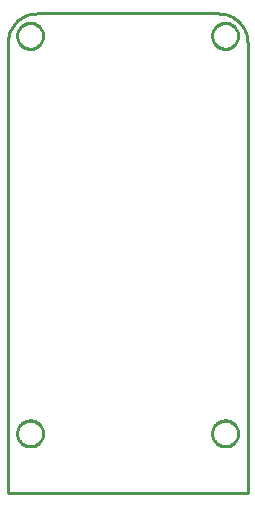
<source format=gbr>
G04 EAGLE Gerber RS-274X export*
G75*
%MOMM*%
%FSLAX34Y34*%
%LPD*%
%IN*%
%IPPOS*%
%AMOC8*
5,1,8,0,0,1.08239X$1,22.5*%
G01*
%ADD10C,0.254000*%


D10*
X0Y0D02*
X203200Y0D01*
X203200Y381000D01*
X203103Y383214D01*
X202814Y385411D01*
X202335Y387574D01*
X201668Y389687D01*
X200820Y391735D01*
X199797Y393700D01*
X198606Y395569D01*
X197258Y397327D01*
X195761Y398961D01*
X194127Y400458D01*
X192369Y401806D01*
X190500Y402997D01*
X188535Y404020D01*
X186487Y404868D01*
X184374Y405535D01*
X182211Y406014D01*
X180014Y406303D01*
X177800Y406400D01*
X25400Y406400D01*
X23186Y406303D01*
X20989Y406014D01*
X18826Y405535D01*
X16713Y404868D01*
X14666Y404020D01*
X12700Y402997D01*
X10831Y401806D01*
X9073Y400458D01*
X7440Y398961D01*
X5942Y397327D01*
X4594Y395569D01*
X3403Y393700D01*
X2380Y391735D01*
X1532Y389687D01*
X865Y387574D01*
X386Y385411D01*
X97Y383214D01*
X0Y381000D01*
X0Y0D01*
X195150Y50368D02*
X195082Y49506D01*
X194947Y48652D01*
X194745Y47812D01*
X194478Y46990D01*
X194147Y46191D01*
X193755Y45421D01*
X193303Y44684D01*
X192795Y43985D01*
X192234Y43327D01*
X191623Y42716D01*
X190965Y42155D01*
X190266Y41647D01*
X189529Y41195D01*
X188759Y40803D01*
X187960Y40472D01*
X187138Y40205D01*
X186298Y40003D01*
X185444Y39868D01*
X184582Y39800D01*
X183718Y39800D01*
X182856Y39868D01*
X182002Y40003D01*
X181162Y40205D01*
X180340Y40472D01*
X179541Y40803D01*
X178771Y41195D01*
X178034Y41647D01*
X177335Y42155D01*
X176677Y42716D01*
X176066Y43327D01*
X175505Y43985D01*
X174997Y44684D01*
X174545Y45421D01*
X174153Y46191D01*
X173822Y46990D01*
X173555Y47812D01*
X173353Y48652D01*
X173218Y49506D01*
X173150Y50368D01*
X173150Y51232D01*
X173218Y52094D01*
X173353Y52948D01*
X173555Y53788D01*
X173822Y54610D01*
X174153Y55409D01*
X174545Y56179D01*
X174997Y56916D01*
X175505Y57615D01*
X176066Y58273D01*
X176677Y58884D01*
X177335Y59445D01*
X178034Y59953D01*
X178771Y60405D01*
X179541Y60797D01*
X180340Y61128D01*
X181162Y61395D01*
X182002Y61597D01*
X182856Y61732D01*
X183718Y61800D01*
X184582Y61800D01*
X185444Y61732D01*
X186298Y61597D01*
X187138Y61395D01*
X187960Y61128D01*
X188759Y60797D01*
X189529Y60405D01*
X190266Y59953D01*
X190965Y59445D01*
X191623Y58884D01*
X192234Y58273D01*
X192795Y57615D01*
X193303Y56916D01*
X193755Y56179D01*
X194147Y55409D01*
X194478Y54610D01*
X194745Y53788D01*
X194947Y52948D01*
X195082Y52094D01*
X195150Y51232D01*
X195150Y50368D01*
X30050Y50368D02*
X29982Y49506D01*
X29847Y48652D01*
X29645Y47812D01*
X29378Y46990D01*
X29047Y46191D01*
X28655Y45421D01*
X28203Y44684D01*
X27695Y43985D01*
X27134Y43327D01*
X26523Y42716D01*
X25865Y42155D01*
X25166Y41647D01*
X24429Y41195D01*
X23659Y40803D01*
X22860Y40472D01*
X22038Y40205D01*
X21198Y40003D01*
X20344Y39868D01*
X19482Y39800D01*
X18618Y39800D01*
X17756Y39868D01*
X16902Y40003D01*
X16062Y40205D01*
X15240Y40472D01*
X14441Y40803D01*
X13671Y41195D01*
X12934Y41647D01*
X12235Y42155D01*
X11577Y42716D01*
X10966Y43327D01*
X10405Y43985D01*
X9897Y44684D01*
X9445Y45421D01*
X9053Y46191D01*
X8722Y46990D01*
X8455Y47812D01*
X8253Y48652D01*
X8118Y49506D01*
X8050Y50368D01*
X8050Y51232D01*
X8118Y52094D01*
X8253Y52948D01*
X8455Y53788D01*
X8722Y54610D01*
X9053Y55409D01*
X9445Y56179D01*
X9897Y56916D01*
X10405Y57615D01*
X10966Y58273D01*
X11577Y58884D01*
X12235Y59445D01*
X12934Y59953D01*
X13671Y60405D01*
X14441Y60797D01*
X15240Y61128D01*
X16062Y61395D01*
X16902Y61597D01*
X17756Y61732D01*
X18618Y61800D01*
X19482Y61800D01*
X20344Y61732D01*
X21198Y61597D01*
X22038Y61395D01*
X22860Y61128D01*
X23659Y60797D01*
X24429Y60405D01*
X25166Y59953D01*
X25865Y59445D01*
X26523Y58884D01*
X27134Y58273D01*
X27695Y57615D01*
X28203Y56916D01*
X28655Y56179D01*
X29047Y55409D01*
X29378Y54610D01*
X29645Y53788D01*
X29847Y52948D01*
X29982Y52094D01*
X30050Y51232D01*
X30050Y50368D01*
X30050Y386918D02*
X29982Y386056D01*
X29847Y385202D01*
X29645Y384362D01*
X29378Y383540D01*
X29047Y382741D01*
X28655Y381971D01*
X28203Y381234D01*
X27695Y380535D01*
X27134Y379877D01*
X26523Y379266D01*
X25865Y378705D01*
X25166Y378197D01*
X24429Y377745D01*
X23659Y377353D01*
X22860Y377022D01*
X22038Y376755D01*
X21198Y376553D01*
X20344Y376418D01*
X19482Y376350D01*
X18618Y376350D01*
X17756Y376418D01*
X16902Y376553D01*
X16062Y376755D01*
X15240Y377022D01*
X14441Y377353D01*
X13671Y377745D01*
X12934Y378197D01*
X12235Y378705D01*
X11577Y379266D01*
X10966Y379877D01*
X10405Y380535D01*
X9897Y381234D01*
X9445Y381971D01*
X9053Y382741D01*
X8722Y383540D01*
X8455Y384362D01*
X8253Y385202D01*
X8118Y386056D01*
X8050Y386918D01*
X8050Y387782D01*
X8118Y388644D01*
X8253Y389498D01*
X8455Y390338D01*
X8722Y391160D01*
X9053Y391959D01*
X9445Y392729D01*
X9897Y393466D01*
X10405Y394165D01*
X10966Y394823D01*
X11577Y395434D01*
X12235Y395995D01*
X12934Y396503D01*
X13671Y396955D01*
X14441Y397347D01*
X15240Y397678D01*
X16062Y397945D01*
X16902Y398147D01*
X17756Y398282D01*
X18618Y398350D01*
X19482Y398350D01*
X20344Y398282D01*
X21198Y398147D01*
X22038Y397945D01*
X22860Y397678D01*
X23659Y397347D01*
X24429Y396955D01*
X25166Y396503D01*
X25865Y395995D01*
X26523Y395434D01*
X27134Y394823D01*
X27695Y394165D01*
X28203Y393466D01*
X28655Y392729D01*
X29047Y391959D01*
X29378Y391160D01*
X29645Y390338D01*
X29847Y389498D01*
X29982Y388644D01*
X30050Y387782D01*
X30050Y386918D01*
X195150Y386918D02*
X195082Y386056D01*
X194947Y385202D01*
X194745Y384362D01*
X194478Y383540D01*
X194147Y382741D01*
X193755Y381971D01*
X193303Y381234D01*
X192795Y380535D01*
X192234Y379877D01*
X191623Y379266D01*
X190965Y378705D01*
X190266Y378197D01*
X189529Y377745D01*
X188759Y377353D01*
X187960Y377022D01*
X187138Y376755D01*
X186298Y376553D01*
X185444Y376418D01*
X184582Y376350D01*
X183718Y376350D01*
X182856Y376418D01*
X182002Y376553D01*
X181162Y376755D01*
X180340Y377022D01*
X179541Y377353D01*
X178771Y377745D01*
X178034Y378197D01*
X177335Y378705D01*
X176677Y379266D01*
X176066Y379877D01*
X175505Y380535D01*
X174997Y381234D01*
X174545Y381971D01*
X174153Y382741D01*
X173822Y383540D01*
X173555Y384362D01*
X173353Y385202D01*
X173218Y386056D01*
X173150Y386918D01*
X173150Y387782D01*
X173218Y388644D01*
X173353Y389498D01*
X173555Y390338D01*
X173822Y391160D01*
X174153Y391959D01*
X174545Y392729D01*
X174997Y393466D01*
X175505Y394165D01*
X176066Y394823D01*
X176677Y395434D01*
X177335Y395995D01*
X178034Y396503D01*
X178771Y396955D01*
X179541Y397347D01*
X180340Y397678D01*
X181162Y397945D01*
X182002Y398147D01*
X182856Y398282D01*
X183718Y398350D01*
X184582Y398350D01*
X185444Y398282D01*
X186298Y398147D01*
X187138Y397945D01*
X187960Y397678D01*
X188759Y397347D01*
X189529Y396955D01*
X190266Y396503D01*
X190965Y395995D01*
X191623Y395434D01*
X192234Y394823D01*
X192795Y394165D01*
X193303Y393466D01*
X193755Y392729D01*
X194147Y391959D01*
X194478Y391160D01*
X194745Y390338D01*
X194947Y389498D01*
X195082Y388644D01*
X195150Y387782D01*
X195150Y386918D01*
M02*

</source>
